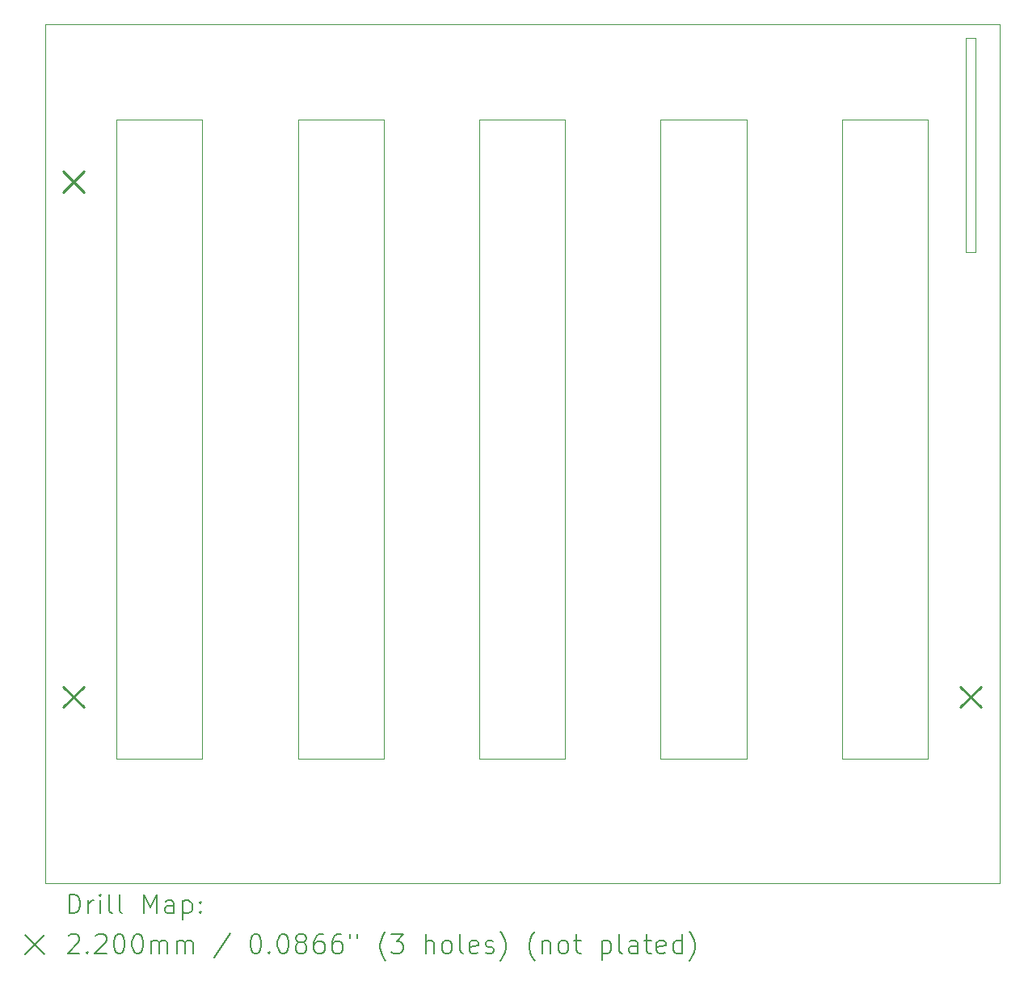
<source format=gbr>
%TF.GenerationSoftware,KiCad,Pcbnew,8.0.1*%
%TF.CreationDate,2024-03-23T17:44:24+03:00*%
%TF.ProjectId,AudMix,4175644d-6978-42e6-9b69-6361645f7063,rev?*%
%TF.SameCoordinates,Original*%
%TF.FileFunction,Drillmap*%
%TF.FilePolarity,Positive*%
%FSLAX45Y45*%
G04 Gerber Fmt 4.5, Leading zero omitted, Abs format (unit mm)*
G04 Created by KiCad (PCBNEW 8.0.1) date 2024-03-23 17:44:24*
%MOMM*%
%LPD*%
G01*
G04 APERTURE LIST*
%ADD10C,0.100000*%
%ADD11C,0.050000*%
%ADD12C,0.200000*%
%ADD13C,0.220000*%
G04 APERTURE END LIST*
D10*
X13350000Y-6000000D02*
X14250000Y-6000000D01*
X14250000Y-12700000D01*
X13350000Y-12700000D01*
X13350000Y-6000000D01*
X9550000Y-6000000D02*
X10450000Y-6000000D01*
X10450000Y-12700000D01*
X9550000Y-12700000D01*
X9550000Y-6000000D01*
X5750000Y-6000000D02*
X6650000Y-6000000D01*
X6650000Y-12700000D01*
X5750000Y-12700000D01*
X5750000Y-6000000D01*
X11450000Y-6000000D02*
X12350000Y-6000000D01*
X12350000Y-12700000D01*
X11450000Y-12700000D01*
X11450000Y-6000000D01*
X5000000Y-5000000D02*
X15000000Y-5000000D01*
X15000000Y-14000000D01*
X5000000Y-14000000D01*
X5000000Y-5000000D01*
X7650000Y-6000000D02*
X8550000Y-6000000D01*
X8550000Y-12700000D01*
X7650000Y-12700000D01*
X7650000Y-6000000D01*
D11*
X14750000Y-5142000D02*
X14650000Y-5142000D01*
X14650000Y-7392000D01*
X14750000Y-7392000D01*
X14750000Y-5142000D01*
D12*
D13*
X5190000Y-6540000D02*
X5410000Y-6760000D01*
X5410000Y-6540000D02*
X5190000Y-6760000D01*
X5190000Y-11940000D02*
X5410000Y-12160000D01*
X5410000Y-11940000D02*
X5190000Y-12160000D01*
X14590000Y-11940000D02*
X14810000Y-12160000D01*
X14810000Y-11940000D02*
X14590000Y-12160000D01*
D12*
X5255777Y-14316484D02*
X5255777Y-14116484D01*
X5255777Y-14116484D02*
X5303396Y-14116484D01*
X5303396Y-14116484D02*
X5331967Y-14126008D01*
X5331967Y-14126008D02*
X5351015Y-14145055D01*
X5351015Y-14145055D02*
X5360539Y-14164103D01*
X5360539Y-14164103D02*
X5370063Y-14202198D01*
X5370063Y-14202198D02*
X5370063Y-14230769D01*
X5370063Y-14230769D02*
X5360539Y-14268865D01*
X5360539Y-14268865D02*
X5351015Y-14287912D01*
X5351015Y-14287912D02*
X5331967Y-14306960D01*
X5331967Y-14306960D02*
X5303396Y-14316484D01*
X5303396Y-14316484D02*
X5255777Y-14316484D01*
X5455777Y-14316484D02*
X5455777Y-14183150D01*
X5455777Y-14221246D02*
X5465301Y-14202198D01*
X5465301Y-14202198D02*
X5474824Y-14192674D01*
X5474824Y-14192674D02*
X5493872Y-14183150D01*
X5493872Y-14183150D02*
X5512920Y-14183150D01*
X5579586Y-14316484D02*
X5579586Y-14183150D01*
X5579586Y-14116484D02*
X5570063Y-14126008D01*
X5570063Y-14126008D02*
X5579586Y-14135531D01*
X5579586Y-14135531D02*
X5589110Y-14126008D01*
X5589110Y-14126008D02*
X5579586Y-14116484D01*
X5579586Y-14116484D02*
X5579586Y-14135531D01*
X5703396Y-14316484D02*
X5684348Y-14306960D01*
X5684348Y-14306960D02*
X5674824Y-14287912D01*
X5674824Y-14287912D02*
X5674824Y-14116484D01*
X5808158Y-14316484D02*
X5789110Y-14306960D01*
X5789110Y-14306960D02*
X5779586Y-14287912D01*
X5779586Y-14287912D02*
X5779586Y-14116484D01*
X6036729Y-14316484D02*
X6036729Y-14116484D01*
X6036729Y-14116484D02*
X6103396Y-14259341D01*
X6103396Y-14259341D02*
X6170062Y-14116484D01*
X6170062Y-14116484D02*
X6170062Y-14316484D01*
X6351015Y-14316484D02*
X6351015Y-14211722D01*
X6351015Y-14211722D02*
X6341491Y-14192674D01*
X6341491Y-14192674D02*
X6322443Y-14183150D01*
X6322443Y-14183150D02*
X6284348Y-14183150D01*
X6284348Y-14183150D02*
X6265301Y-14192674D01*
X6351015Y-14306960D02*
X6331967Y-14316484D01*
X6331967Y-14316484D02*
X6284348Y-14316484D01*
X6284348Y-14316484D02*
X6265301Y-14306960D01*
X6265301Y-14306960D02*
X6255777Y-14287912D01*
X6255777Y-14287912D02*
X6255777Y-14268865D01*
X6255777Y-14268865D02*
X6265301Y-14249817D01*
X6265301Y-14249817D02*
X6284348Y-14240293D01*
X6284348Y-14240293D02*
X6331967Y-14240293D01*
X6331967Y-14240293D02*
X6351015Y-14230769D01*
X6446253Y-14183150D02*
X6446253Y-14383150D01*
X6446253Y-14192674D02*
X6465301Y-14183150D01*
X6465301Y-14183150D02*
X6503396Y-14183150D01*
X6503396Y-14183150D02*
X6522443Y-14192674D01*
X6522443Y-14192674D02*
X6531967Y-14202198D01*
X6531967Y-14202198D02*
X6541491Y-14221246D01*
X6541491Y-14221246D02*
X6541491Y-14278388D01*
X6541491Y-14278388D02*
X6531967Y-14297436D01*
X6531967Y-14297436D02*
X6522443Y-14306960D01*
X6522443Y-14306960D02*
X6503396Y-14316484D01*
X6503396Y-14316484D02*
X6465301Y-14316484D01*
X6465301Y-14316484D02*
X6446253Y-14306960D01*
X6627205Y-14297436D02*
X6636729Y-14306960D01*
X6636729Y-14306960D02*
X6627205Y-14316484D01*
X6627205Y-14316484D02*
X6617682Y-14306960D01*
X6617682Y-14306960D02*
X6627205Y-14297436D01*
X6627205Y-14297436D02*
X6627205Y-14316484D01*
X6627205Y-14192674D02*
X6636729Y-14202198D01*
X6636729Y-14202198D02*
X6627205Y-14211722D01*
X6627205Y-14211722D02*
X6617682Y-14202198D01*
X6617682Y-14202198D02*
X6627205Y-14192674D01*
X6627205Y-14192674D02*
X6627205Y-14211722D01*
X4795000Y-14545000D02*
X4995000Y-14745000D01*
X4995000Y-14545000D02*
X4795000Y-14745000D01*
X5246253Y-14555531D02*
X5255777Y-14546008D01*
X5255777Y-14546008D02*
X5274824Y-14536484D01*
X5274824Y-14536484D02*
X5322444Y-14536484D01*
X5322444Y-14536484D02*
X5341491Y-14546008D01*
X5341491Y-14546008D02*
X5351015Y-14555531D01*
X5351015Y-14555531D02*
X5360539Y-14574579D01*
X5360539Y-14574579D02*
X5360539Y-14593627D01*
X5360539Y-14593627D02*
X5351015Y-14622198D01*
X5351015Y-14622198D02*
X5236729Y-14736484D01*
X5236729Y-14736484D02*
X5360539Y-14736484D01*
X5446253Y-14717436D02*
X5455777Y-14726960D01*
X5455777Y-14726960D02*
X5446253Y-14736484D01*
X5446253Y-14736484D02*
X5436729Y-14726960D01*
X5436729Y-14726960D02*
X5446253Y-14717436D01*
X5446253Y-14717436D02*
X5446253Y-14736484D01*
X5531967Y-14555531D02*
X5541491Y-14546008D01*
X5541491Y-14546008D02*
X5560539Y-14536484D01*
X5560539Y-14536484D02*
X5608158Y-14536484D01*
X5608158Y-14536484D02*
X5627205Y-14546008D01*
X5627205Y-14546008D02*
X5636729Y-14555531D01*
X5636729Y-14555531D02*
X5646253Y-14574579D01*
X5646253Y-14574579D02*
X5646253Y-14593627D01*
X5646253Y-14593627D02*
X5636729Y-14622198D01*
X5636729Y-14622198D02*
X5522444Y-14736484D01*
X5522444Y-14736484D02*
X5646253Y-14736484D01*
X5770062Y-14536484D02*
X5789110Y-14536484D01*
X5789110Y-14536484D02*
X5808158Y-14546008D01*
X5808158Y-14546008D02*
X5817682Y-14555531D01*
X5817682Y-14555531D02*
X5827205Y-14574579D01*
X5827205Y-14574579D02*
X5836729Y-14612674D01*
X5836729Y-14612674D02*
X5836729Y-14660293D01*
X5836729Y-14660293D02*
X5827205Y-14698388D01*
X5827205Y-14698388D02*
X5817682Y-14717436D01*
X5817682Y-14717436D02*
X5808158Y-14726960D01*
X5808158Y-14726960D02*
X5789110Y-14736484D01*
X5789110Y-14736484D02*
X5770062Y-14736484D01*
X5770062Y-14736484D02*
X5751015Y-14726960D01*
X5751015Y-14726960D02*
X5741491Y-14717436D01*
X5741491Y-14717436D02*
X5731967Y-14698388D01*
X5731967Y-14698388D02*
X5722443Y-14660293D01*
X5722443Y-14660293D02*
X5722443Y-14612674D01*
X5722443Y-14612674D02*
X5731967Y-14574579D01*
X5731967Y-14574579D02*
X5741491Y-14555531D01*
X5741491Y-14555531D02*
X5751015Y-14546008D01*
X5751015Y-14546008D02*
X5770062Y-14536484D01*
X5960539Y-14536484D02*
X5979586Y-14536484D01*
X5979586Y-14536484D02*
X5998634Y-14546008D01*
X5998634Y-14546008D02*
X6008158Y-14555531D01*
X6008158Y-14555531D02*
X6017682Y-14574579D01*
X6017682Y-14574579D02*
X6027205Y-14612674D01*
X6027205Y-14612674D02*
X6027205Y-14660293D01*
X6027205Y-14660293D02*
X6017682Y-14698388D01*
X6017682Y-14698388D02*
X6008158Y-14717436D01*
X6008158Y-14717436D02*
X5998634Y-14726960D01*
X5998634Y-14726960D02*
X5979586Y-14736484D01*
X5979586Y-14736484D02*
X5960539Y-14736484D01*
X5960539Y-14736484D02*
X5941491Y-14726960D01*
X5941491Y-14726960D02*
X5931967Y-14717436D01*
X5931967Y-14717436D02*
X5922443Y-14698388D01*
X5922443Y-14698388D02*
X5912920Y-14660293D01*
X5912920Y-14660293D02*
X5912920Y-14612674D01*
X5912920Y-14612674D02*
X5922443Y-14574579D01*
X5922443Y-14574579D02*
X5931967Y-14555531D01*
X5931967Y-14555531D02*
X5941491Y-14546008D01*
X5941491Y-14546008D02*
X5960539Y-14536484D01*
X6112920Y-14736484D02*
X6112920Y-14603150D01*
X6112920Y-14622198D02*
X6122443Y-14612674D01*
X6122443Y-14612674D02*
X6141491Y-14603150D01*
X6141491Y-14603150D02*
X6170063Y-14603150D01*
X6170063Y-14603150D02*
X6189110Y-14612674D01*
X6189110Y-14612674D02*
X6198634Y-14631722D01*
X6198634Y-14631722D02*
X6198634Y-14736484D01*
X6198634Y-14631722D02*
X6208158Y-14612674D01*
X6208158Y-14612674D02*
X6227205Y-14603150D01*
X6227205Y-14603150D02*
X6255777Y-14603150D01*
X6255777Y-14603150D02*
X6274824Y-14612674D01*
X6274824Y-14612674D02*
X6284348Y-14631722D01*
X6284348Y-14631722D02*
X6284348Y-14736484D01*
X6379586Y-14736484D02*
X6379586Y-14603150D01*
X6379586Y-14622198D02*
X6389110Y-14612674D01*
X6389110Y-14612674D02*
X6408158Y-14603150D01*
X6408158Y-14603150D02*
X6436729Y-14603150D01*
X6436729Y-14603150D02*
X6455777Y-14612674D01*
X6455777Y-14612674D02*
X6465301Y-14631722D01*
X6465301Y-14631722D02*
X6465301Y-14736484D01*
X6465301Y-14631722D02*
X6474824Y-14612674D01*
X6474824Y-14612674D02*
X6493872Y-14603150D01*
X6493872Y-14603150D02*
X6522443Y-14603150D01*
X6522443Y-14603150D02*
X6541491Y-14612674D01*
X6541491Y-14612674D02*
X6551015Y-14631722D01*
X6551015Y-14631722D02*
X6551015Y-14736484D01*
X6941491Y-14526960D02*
X6770063Y-14784103D01*
X7198634Y-14536484D02*
X7217682Y-14536484D01*
X7217682Y-14536484D02*
X7236729Y-14546008D01*
X7236729Y-14546008D02*
X7246253Y-14555531D01*
X7246253Y-14555531D02*
X7255777Y-14574579D01*
X7255777Y-14574579D02*
X7265301Y-14612674D01*
X7265301Y-14612674D02*
X7265301Y-14660293D01*
X7265301Y-14660293D02*
X7255777Y-14698388D01*
X7255777Y-14698388D02*
X7246253Y-14717436D01*
X7246253Y-14717436D02*
X7236729Y-14726960D01*
X7236729Y-14726960D02*
X7217682Y-14736484D01*
X7217682Y-14736484D02*
X7198634Y-14736484D01*
X7198634Y-14736484D02*
X7179586Y-14726960D01*
X7179586Y-14726960D02*
X7170063Y-14717436D01*
X7170063Y-14717436D02*
X7160539Y-14698388D01*
X7160539Y-14698388D02*
X7151015Y-14660293D01*
X7151015Y-14660293D02*
X7151015Y-14612674D01*
X7151015Y-14612674D02*
X7160539Y-14574579D01*
X7160539Y-14574579D02*
X7170063Y-14555531D01*
X7170063Y-14555531D02*
X7179586Y-14546008D01*
X7179586Y-14546008D02*
X7198634Y-14536484D01*
X7351015Y-14717436D02*
X7360539Y-14726960D01*
X7360539Y-14726960D02*
X7351015Y-14736484D01*
X7351015Y-14736484D02*
X7341491Y-14726960D01*
X7341491Y-14726960D02*
X7351015Y-14717436D01*
X7351015Y-14717436D02*
X7351015Y-14736484D01*
X7484348Y-14536484D02*
X7503396Y-14536484D01*
X7503396Y-14536484D02*
X7522444Y-14546008D01*
X7522444Y-14546008D02*
X7531967Y-14555531D01*
X7531967Y-14555531D02*
X7541491Y-14574579D01*
X7541491Y-14574579D02*
X7551015Y-14612674D01*
X7551015Y-14612674D02*
X7551015Y-14660293D01*
X7551015Y-14660293D02*
X7541491Y-14698388D01*
X7541491Y-14698388D02*
X7531967Y-14717436D01*
X7531967Y-14717436D02*
X7522444Y-14726960D01*
X7522444Y-14726960D02*
X7503396Y-14736484D01*
X7503396Y-14736484D02*
X7484348Y-14736484D01*
X7484348Y-14736484D02*
X7465301Y-14726960D01*
X7465301Y-14726960D02*
X7455777Y-14717436D01*
X7455777Y-14717436D02*
X7446253Y-14698388D01*
X7446253Y-14698388D02*
X7436729Y-14660293D01*
X7436729Y-14660293D02*
X7436729Y-14612674D01*
X7436729Y-14612674D02*
X7446253Y-14574579D01*
X7446253Y-14574579D02*
X7455777Y-14555531D01*
X7455777Y-14555531D02*
X7465301Y-14546008D01*
X7465301Y-14546008D02*
X7484348Y-14536484D01*
X7665301Y-14622198D02*
X7646253Y-14612674D01*
X7646253Y-14612674D02*
X7636729Y-14603150D01*
X7636729Y-14603150D02*
X7627206Y-14584103D01*
X7627206Y-14584103D02*
X7627206Y-14574579D01*
X7627206Y-14574579D02*
X7636729Y-14555531D01*
X7636729Y-14555531D02*
X7646253Y-14546008D01*
X7646253Y-14546008D02*
X7665301Y-14536484D01*
X7665301Y-14536484D02*
X7703396Y-14536484D01*
X7703396Y-14536484D02*
X7722444Y-14546008D01*
X7722444Y-14546008D02*
X7731967Y-14555531D01*
X7731967Y-14555531D02*
X7741491Y-14574579D01*
X7741491Y-14574579D02*
X7741491Y-14584103D01*
X7741491Y-14584103D02*
X7731967Y-14603150D01*
X7731967Y-14603150D02*
X7722444Y-14612674D01*
X7722444Y-14612674D02*
X7703396Y-14622198D01*
X7703396Y-14622198D02*
X7665301Y-14622198D01*
X7665301Y-14622198D02*
X7646253Y-14631722D01*
X7646253Y-14631722D02*
X7636729Y-14641246D01*
X7636729Y-14641246D02*
X7627206Y-14660293D01*
X7627206Y-14660293D02*
X7627206Y-14698388D01*
X7627206Y-14698388D02*
X7636729Y-14717436D01*
X7636729Y-14717436D02*
X7646253Y-14726960D01*
X7646253Y-14726960D02*
X7665301Y-14736484D01*
X7665301Y-14736484D02*
X7703396Y-14736484D01*
X7703396Y-14736484D02*
X7722444Y-14726960D01*
X7722444Y-14726960D02*
X7731967Y-14717436D01*
X7731967Y-14717436D02*
X7741491Y-14698388D01*
X7741491Y-14698388D02*
X7741491Y-14660293D01*
X7741491Y-14660293D02*
X7731967Y-14641246D01*
X7731967Y-14641246D02*
X7722444Y-14631722D01*
X7722444Y-14631722D02*
X7703396Y-14622198D01*
X7912920Y-14536484D02*
X7874825Y-14536484D01*
X7874825Y-14536484D02*
X7855777Y-14546008D01*
X7855777Y-14546008D02*
X7846253Y-14555531D01*
X7846253Y-14555531D02*
X7827206Y-14584103D01*
X7827206Y-14584103D02*
X7817682Y-14622198D01*
X7817682Y-14622198D02*
X7817682Y-14698388D01*
X7817682Y-14698388D02*
X7827206Y-14717436D01*
X7827206Y-14717436D02*
X7836729Y-14726960D01*
X7836729Y-14726960D02*
X7855777Y-14736484D01*
X7855777Y-14736484D02*
X7893872Y-14736484D01*
X7893872Y-14736484D02*
X7912920Y-14726960D01*
X7912920Y-14726960D02*
X7922444Y-14717436D01*
X7922444Y-14717436D02*
X7931967Y-14698388D01*
X7931967Y-14698388D02*
X7931967Y-14650769D01*
X7931967Y-14650769D02*
X7922444Y-14631722D01*
X7922444Y-14631722D02*
X7912920Y-14622198D01*
X7912920Y-14622198D02*
X7893872Y-14612674D01*
X7893872Y-14612674D02*
X7855777Y-14612674D01*
X7855777Y-14612674D02*
X7836729Y-14622198D01*
X7836729Y-14622198D02*
X7827206Y-14631722D01*
X7827206Y-14631722D02*
X7817682Y-14650769D01*
X8103396Y-14536484D02*
X8065301Y-14536484D01*
X8065301Y-14536484D02*
X8046253Y-14546008D01*
X8046253Y-14546008D02*
X8036729Y-14555531D01*
X8036729Y-14555531D02*
X8017682Y-14584103D01*
X8017682Y-14584103D02*
X8008158Y-14622198D01*
X8008158Y-14622198D02*
X8008158Y-14698388D01*
X8008158Y-14698388D02*
X8017682Y-14717436D01*
X8017682Y-14717436D02*
X8027206Y-14726960D01*
X8027206Y-14726960D02*
X8046253Y-14736484D01*
X8046253Y-14736484D02*
X8084348Y-14736484D01*
X8084348Y-14736484D02*
X8103396Y-14726960D01*
X8103396Y-14726960D02*
X8112920Y-14717436D01*
X8112920Y-14717436D02*
X8122444Y-14698388D01*
X8122444Y-14698388D02*
X8122444Y-14650769D01*
X8122444Y-14650769D02*
X8112920Y-14631722D01*
X8112920Y-14631722D02*
X8103396Y-14622198D01*
X8103396Y-14622198D02*
X8084348Y-14612674D01*
X8084348Y-14612674D02*
X8046253Y-14612674D01*
X8046253Y-14612674D02*
X8027206Y-14622198D01*
X8027206Y-14622198D02*
X8017682Y-14631722D01*
X8017682Y-14631722D02*
X8008158Y-14650769D01*
X8198634Y-14536484D02*
X8198634Y-14574579D01*
X8274825Y-14536484D02*
X8274825Y-14574579D01*
X8570063Y-14812674D02*
X8560539Y-14803150D01*
X8560539Y-14803150D02*
X8541491Y-14774579D01*
X8541491Y-14774579D02*
X8531968Y-14755531D01*
X8531968Y-14755531D02*
X8522444Y-14726960D01*
X8522444Y-14726960D02*
X8512920Y-14679341D01*
X8512920Y-14679341D02*
X8512920Y-14641246D01*
X8512920Y-14641246D02*
X8522444Y-14593627D01*
X8522444Y-14593627D02*
X8531968Y-14565055D01*
X8531968Y-14565055D02*
X8541491Y-14546008D01*
X8541491Y-14546008D02*
X8560539Y-14517436D01*
X8560539Y-14517436D02*
X8570063Y-14507912D01*
X8627206Y-14536484D02*
X8751015Y-14536484D01*
X8751015Y-14536484D02*
X8684349Y-14612674D01*
X8684349Y-14612674D02*
X8712920Y-14612674D01*
X8712920Y-14612674D02*
X8731968Y-14622198D01*
X8731968Y-14622198D02*
X8741491Y-14631722D01*
X8741491Y-14631722D02*
X8751015Y-14650769D01*
X8751015Y-14650769D02*
X8751015Y-14698388D01*
X8751015Y-14698388D02*
X8741491Y-14717436D01*
X8741491Y-14717436D02*
X8731968Y-14726960D01*
X8731968Y-14726960D02*
X8712920Y-14736484D01*
X8712920Y-14736484D02*
X8655777Y-14736484D01*
X8655777Y-14736484D02*
X8636730Y-14726960D01*
X8636730Y-14726960D02*
X8627206Y-14717436D01*
X8989111Y-14736484D02*
X8989111Y-14536484D01*
X9074825Y-14736484D02*
X9074825Y-14631722D01*
X9074825Y-14631722D02*
X9065301Y-14612674D01*
X9065301Y-14612674D02*
X9046253Y-14603150D01*
X9046253Y-14603150D02*
X9017682Y-14603150D01*
X9017682Y-14603150D02*
X8998634Y-14612674D01*
X8998634Y-14612674D02*
X8989111Y-14622198D01*
X9198634Y-14736484D02*
X9179587Y-14726960D01*
X9179587Y-14726960D02*
X9170063Y-14717436D01*
X9170063Y-14717436D02*
X9160539Y-14698388D01*
X9160539Y-14698388D02*
X9160539Y-14641246D01*
X9160539Y-14641246D02*
X9170063Y-14622198D01*
X9170063Y-14622198D02*
X9179587Y-14612674D01*
X9179587Y-14612674D02*
X9198634Y-14603150D01*
X9198634Y-14603150D02*
X9227206Y-14603150D01*
X9227206Y-14603150D02*
X9246253Y-14612674D01*
X9246253Y-14612674D02*
X9255777Y-14622198D01*
X9255777Y-14622198D02*
X9265301Y-14641246D01*
X9265301Y-14641246D02*
X9265301Y-14698388D01*
X9265301Y-14698388D02*
X9255777Y-14717436D01*
X9255777Y-14717436D02*
X9246253Y-14726960D01*
X9246253Y-14726960D02*
X9227206Y-14736484D01*
X9227206Y-14736484D02*
X9198634Y-14736484D01*
X9379587Y-14736484D02*
X9360539Y-14726960D01*
X9360539Y-14726960D02*
X9351015Y-14707912D01*
X9351015Y-14707912D02*
X9351015Y-14536484D01*
X9531968Y-14726960D02*
X9512920Y-14736484D01*
X9512920Y-14736484D02*
X9474825Y-14736484D01*
X9474825Y-14736484D02*
X9455777Y-14726960D01*
X9455777Y-14726960D02*
X9446253Y-14707912D01*
X9446253Y-14707912D02*
X9446253Y-14631722D01*
X9446253Y-14631722D02*
X9455777Y-14612674D01*
X9455777Y-14612674D02*
X9474825Y-14603150D01*
X9474825Y-14603150D02*
X9512920Y-14603150D01*
X9512920Y-14603150D02*
X9531968Y-14612674D01*
X9531968Y-14612674D02*
X9541492Y-14631722D01*
X9541492Y-14631722D02*
X9541492Y-14650769D01*
X9541492Y-14650769D02*
X9446253Y-14669817D01*
X9617682Y-14726960D02*
X9636730Y-14736484D01*
X9636730Y-14736484D02*
X9674825Y-14736484D01*
X9674825Y-14736484D02*
X9693873Y-14726960D01*
X9693873Y-14726960D02*
X9703396Y-14707912D01*
X9703396Y-14707912D02*
X9703396Y-14698388D01*
X9703396Y-14698388D02*
X9693873Y-14679341D01*
X9693873Y-14679341D02*
X9674825Y-14669817D01*
X9674825Y-14669817D02*
X9646253Y-14669817D01*
X9646253Y-14669817D02*
X9627206Y-14660293D01*
X9627206Y-14660293D02*
X9617682Y-14641246D01*
X9617682Y-14641246D02*
X9617682Y-14631722D01*
X9617682Y-14631722D02*
X9627206Y-14612674D01*
X9627206Y-14612674D02*
X9646253Y-14603150D01*
X9646253Y-14603150D02*
X9674825Y-14603150D01*
X9674825Y-14603150D02*
X9693873Y-14612674D01*
X9770063Y-14812674D02*
X9779587Y-14803150D01*
X9779587Y-14803150D02*
X9798634Y-14774579D01*
X9798634Y-14774579D02*
X9808158Y-14755531D01*
X9808158Y-14755531D02*
X9817682Y-14726960D01*
X9817682Y-14726960D02*
X9827206Y-14679341D01*
X9827206Y-14679341D02*
X9827206Y-14641246D01*
X9827206Y-14641246D02*
X9817682Y-14593627D01*
X9817682Y-14593627D02*
X9808158Y-14565055D01*
X9808158Y-14565055D02*
X9798634Y-14546008D01*
X9798634Y-14546008D02*
X9779587Y-14517436D01*
X9779587Y-14517436D02*
X9770063Y-14507912D01*
X10131968Y-14812674D02*
X10122444Y-14803150D01*
X10122444Y-14803150D02*
X10103396Y-14774579D01*
X10103396Y-14774579D02*
X10093873Y-14755531D01*
X10093873Y-14755531D02*
X10084349Y-14726960D01*
X10084349Y-14726960D02*
X10074825Y-14679341D01*
X10074825Y-14679341D02*
X10074825Y-14641246D01*
X10074825Y-14641246D02*
X10084349Y-14593627D01*
X10084349Y-14593627D02*
X10093873Y-14565055D01*
X10093873Y-14565055D02*
X10103396Y-14546008D01*
X10103396Y-14546008D02*
X10122444Y-14517436D01*
X10122444Y-14517436D02*
X10131968Y-14507912D01*
X10208158Y-14603150D02*
X10208158Y-14736484D01*
X10208158Y-14622198D02*
X10217682Y-14612674D01*
X10217682Y-14612674D02*
X10236730Y-14603150D01*
X10236730Y-14603150D02*
X10265301Y-14603150D01*
X10265301Y-14603150D02*
X10284349Y-14612674D01*
X10284349Y-14612674D02*
X10293873Y-14631722D01*
X10293873Y-14631722D02*
X10293873Y-14736484D01*
X10417682Y-14736484D02*
X10398634Y-14726960D01*
X10398634Y-14726960D02*
X10389111Y-14717436D01*
X10389111Y-14717436D02*
X10379587Y-14698388D01*
X10379587Y-14698388D02*
X10379587Y-14641246D01*
X10379587Y-14641246D02*
X10389111Y-14622198D01*
X10389111Y-14622198D02*
X10398634Y-14612674D01*
X10398634Y-14612674D02*
X10417682Y-14603150D01*
X10417682Y-14603150D02*
X10446254Y-14603150D01*
X10446254Y-14603150D02*
X10465301Y-14612674D01*
X10465301Y-14612674D02*
X10474825Y-14622198D01*
X10474825Y-14622198D02*
X10484349Y-14641246D01*
X10484349Y-14641246D02*
X10484349Y-14698388D01*
X10484349Y-14698388D02*
X10474825Y-14717436D01*
X10474825Y-14717436D02*
X10465301Y-14726960D01*
X10465301Y-14726960D02*
X10446254Y-14736484D01*
X10446254Y-14736484D02*
X10417682Y-14736484D01*
X10541492Y-14603150D02*
X10617682Y-14603150D01*
X10570063Y-14536484D02*
X10570063Y-14707912D01*
X10570063Y-14707912D02*
X10579587Y-14726960D01*
X10579587Y-14726960D02*
X10598634Y-14736484D01*
X10598634Y-14736484D02*
X10617682Y-14736484D01*
X10836730Y-14603150D02*
X10836730Y-14803150D01*
X10836730Y-14612674D02*
X10855777Y-14603150D01*
X10855777Y-14603150D02*
X10893873Y-14603150D01*
X10893873Y-14603150D02*
X10912920Y-14612674D01*
X10912920Y-14612674D02*
X10922444Y-14622198D01*
X10922444Y-14622198D02*
X10931968Y-14641246D01*
X10931968Y-14641246D02*
X10931968Y-14698388D01*
X10931968Y-14698388D02*
X10922444Y-14717436D01*
X10922444Y-14717436D02*
X10912920Y-14726960D01*
X10912920Y-14726960D02*
X10893873Y-14736484D01*
X10893873Y-14736484D02*
X10855777Y-14736484D01*
X10855777Y-14736484D02*
X10836730Y-14726960D01*
X11046254Y-14736484D02*
X11027206Y-14726960D01*
X11027206Y-14726960D02*
X11017682Y-14707912D01*
X11017682Y-14707912D02*
X11017682Y-14536484D01*
X11208158Y-14736484D02*
X11208158Y-14631722D01*
X11208158Y-14631722D02*
X11198634Y-14612674D01*
X11198634Y-14612674D02*
X11179587Y-14603150D01*
X11179587Y-14603150D02*
X11141492Y-14603150D01*
X11141492Y-14603150D02*
X11122444Y-14612674D01*
X11208158Y-14726960D02*
X11189111Y-14736484D01*
X11189111Y-14736484D02*
X11141492Y-14736484D01*
X11141492Y-14736484D02*
X11122444Y-14726960D01*
X11122444Y-14726960D02*
X11112920Y-14707912D01*
X11112920Y-14707912D02*
X11112920Y-14688865D01*
X11112920Y-14688865D02*
X11122444Y-14669817D01*
X11122444Y-14669817D02*
X11141492Y-14660293D01*
X11141492Y-14660293D02*
X11189111Y-14660293D01*
X11189111Y-14660293D02*
X11208158Y-14650769D01*
X11274825Y-14603150D02*
X11351015Y-14603150D01*
X11303396Y-14536484D02*
X11303396Y-14707912D01*
X11303396Y-14707912D02*
X11312920Y-14726960D01*
X11312920Y-14726960D02*
X11331968Y-14736484D01*
X11331968Y-14736484D02*
X11351015Y-14736484D01*
X11493873Y-14726960D02*
X11474825Y-14736484D01*
X11474825Y-14736484D02*
X11436730Y-14736484D01*
X11436730Y-14736484D02*
X11417682Y-14726960D01*
X11417682Y-14726960D02*
X11408158Y-14707912D01*
X11408158Y-14707912D02*
X11408158Y-14631722D01*
X11408158Y-14631722D02*
X11417682Y-14612674D01*
X11417682Y-14612674D02*
X11436730Y-14603150D01*
X11436730Y-14603150D02*
X11474825Y-14603150D01*
X11474825Y-14603150D02*
X11493873Y-14612674D01*
X11493873Y-14612674D02*
X11503396Y-14631722D01*
X11503396Y-14631722D02*
X11503396Y-14650769D01*
X11503396Y-14650769D02*
X11408158Y-14669817D01*
X11674825Y-14736484D02*
X11674825Y-14536484D01*
X11674825Y-14726960D02*
X11655777Y-14736484D01*
X11655777Y-14736484D02*
X11617682Y-14736484D01*
X11617682Y-14736484D02*
X11598634Y-14726960D01*
X11598634Y-14726960D02*
X11589111Y-14717436D01*
X11589111Y-14717436D02*
X11579587Y-14698388D01*
X11579587Y-14698388D02*
X11579587Y-14641246D01*
X11579587Y-14641246D02*
X11589111Y-14622198D01*
X11589111Y-14622198D02*
X11598634Y-14612674D01*
X11598634Y-14612674D02*
X11617682Y-14603150D01*
X11617682Y-14603150D02*
X11655777Y-14603150D01*
X11655777Y-14603150D02*
X11674825Y-14612674D01*
X11751015Y-14812674D02*
X11760539Y-14803150D01*
X11760539Y-14803150D02*
X11779587Y-14774579D01*
X11779587Y-14774579D02*
X11789111Y-14755531D01*
X11789111Y-14755531D02*
X11798634Y-14726960D01*
X11798634Y-14726960D02*
X11808158Y-14679341D01*
X11808158Y-14679341D02*
X11808158Y-14641246D01*
X11808158Y-14641246D02*
X11798634Y-14593627D01*
X11798634Y-14593627D02*
X11789111Y-14565055D01*
X11789111Y-14565055D02*
X11779587Y-14546008D01*
X11779587Y-14546008D02*
X11760539Y-14517436D01*
X11760539Y-14517436D02*
X11751015Y-14507912D01*
M02*

</source>
